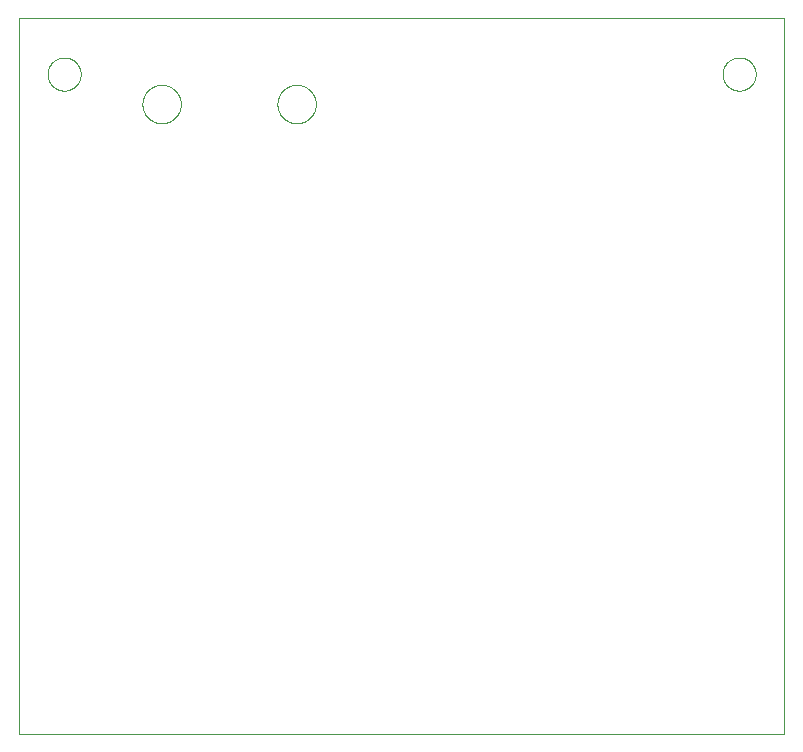
<source format=gbp>
G75*
%MOIN*%
%OFA0B0*%
%FSLAX25Y25*%
%IPPOS*%
%LPD*%
%AMOC8*
5,1,8,0,0,1.08239X$1,22.5*
%
%ADD10C,0.00000*%
D10*
X0001800Y0001800D02*
X0001800Y0240501D01*
X0256721Y0240501D01*
X0256721Y0001800D01*
X0001800Y0001800D01*
X0042900Y0211800D02*
X0042902Y0211960D01*
X0042908Y0212119D01*
X0042918Y0212278D01*
X0042932Y0212437D01*
X0042950Y0212596D01*
X0042971Y0212754D01*
X0042997Y0212911D01*
X0043027Y0213068D01*
X0043060Y0213224D01*
X0043098Y0213379D01*
X0043139Y0213533D01*
X0043184Y0213686D01*
X0043233Y0213838D01*
X0043286Y0213989D01*
X0043342Y0214138D01*
X0043403Y0214286D01*
X0043466Y0214432D01*
X0043534Y0214577D01*
X0043605Y0214720D01*
X0043679Y0214861D01*
X0043757Y0215000D01*
X0043839Y0215137D01*
X0043924Y0215272D01*
X0044012Y0215405D01*
X0044104Y0215536D01*
X0044198Y0215664D01*
X0044296Y0215790D01*
X0044397Y0215914D01*
X0044501Y0216035D01*
X0044608Y0216153D01*
X0044718Y0216269D01*
X0044831Y0216382D01*
X0044947Y0216492D01*
X0045065Y0216599D01*
X0045186Y0216703D01*
X0045310Y0216804D01*
X0045436Y0216902D01*
X0045564Y0216996D01*
X0045695Y0217088D01*
X0045828Y0217176D01*
X0045963Y0217261D01*
X0046100Y0217343D01*
X0046239Y0217421D01*
X0046380Y0217495D01*
X0046523Y0217566D01*
X0046668Y0217634D01*
X0046814Y0217697D01*
X0046962Y0217758D01*
X0047111Y0217814D01*
X0047262Y0217867D01*
X0047414Y0217916D01*
X0047567Y0217961D01*
X0047721Y0218002D01*
X0047876Y0218040D01*
X0048032Y0218073D01*
X0048189Y0218103D01*
X0048346Y0218129D01*
X0048504Y0218150D01*
X0048663Y0218168D01*
X0048822Y0218182D01*
X0048981Y0218192D01*
X0049140Y0218198D01*
X0049300Y0218200D01*
X0049460Y0218198D01*
X0049619Y0218192D01*
X0049778Y0218182D01*
X0049937Y0218168D01*
X0050096Y0218150D01*
X0050254Y0218129D01*
X0050411Y0218103D01*
X0050568Y0218073D01*
X0050724Y0218040D01*
X0050879Y0218002D01*
X0051033Y0217961D01*
X0051186Y0217916D01*
X0051338Y0217867D01*
X0051489Y0217814D01*
X0051638Y0217758D01*
X0051786Y0217697D01*
X0051932Y0217634D01*
X0052077Y0217566D01*
X0052220Y0217495D01*
X0052361Y0217421D01*
X0052500Y0217343D01*
X0052637Y0217261D01*
X0052772Y0217176D01*
X0052905Y0217088D01*
X0053036Y0216996D01*
X0053164Y0216902D01*
X0053290Y0216804D01*
X0053414Y0216703D01*
X0053535Y0216599D01*
X0053653Y0216492D01*
X0053769Y0216382D01*
X0053882Y0216269D01*
X0053992Y0216153D01*
X0054099Y0216035D01*
X0054203Y0215914D01*
X0054304Y0215790D01*
X0054402Y0215664D01*
X0054496Y0215536D01*
X0054588Y0215405D01*
X0054676Y0215272D01*
X0054761Y0215137D01*
X0054843Y0215000D01*
X0054921Y0214861D01*
X0054995Y0214720D01*
X0055066Y0214577D01*
X0055134Y0214432D01*
X0055197Y0214286D01*
X0055258Y0214138D01*
X0055314Y0213989D01*
X0055367Y0213838D01*
X0055416Y0213686D01*
X0055461Y0213533D01*
X0055502Y0213379D01*
X0055540Y0213224D01*
X0055573Y0213068D01*
X0055603Y0212911D01*
X0055629Y0212754D01*
X0055650Y0212596D01*
X0055668Y0212437D01*
X0055682Y0212278D01*
X0055692Y0212119D01*
X0055698Y0211960D01*
X0055700Y0211800D01*
X0055698Y0211640D01*
X0055692Y0211481D01*
X0055682Y0211322D01*
X0055668Y0211163D01*
X0055650Y0211004D01*
X0055629Y0210846D01*
X0055603Y0210689D01*
X0055573Y0210532D01*
X0055540Y0210376D01*
X0055502Y0210221D01*
X0055461Y0210067D01*
X0055416Y0209914D01*
X0055367Y0209762D01*
X0055314Y0209611D01*
X0055258Y0209462D01*
X0055197Y0209314D01*
X0055134Y0209168D01*
X0055066Y0209023D01*
X0054995Y0208880D01*
X0054921Y0208739D01*
X0054843Y0208600D01*
X0054761Y0208463D01*
X0054676Y0208328D01*
X0054588Y0208195D01*
X0054496Y0208064D01*
X0054402Y0207936D01*
X0054304Y0207810D01*
X0054203Y0207686D01*
X0054099Y0207565D01*
X0053992Y0207447D01*
X0053882Y0207331D01*
X0053769Y0207218D01*
X0053653Y0207108D01*
X0053535Y0207001D01*
X0053414Y0206897D01*
X0053290Y0206796D01*
X0053164Y0206698D01*
X0053036Y0206604D01*
X0052905Y0206512D01*
X0052772Y0206424D01*
X0052637Y0206339D01*
X0052500Y0206257D01*
X0052361Y0206179D01*
X0052220Y0206105D01*
X0052077Y0206034D01*
X0051932Y0205966D01*
X0051786Y0205903D01*
X0051638Y0205842D01*
X0051489Y0205786D01*
X0051338Y0205733D01*
X0051186Y0205684D01*
X0051033Y0205639D01*
X0050879Y0205598D01*
X0050724Y0205560D01*
X0050568Y0205527D01*
X0050411Y0205497D01*
X0050254Y0205471D01*
X0050096Y0205450D01*
X0049937Y0205432D01*
X0049778Y0205418D01*
X0049619Y0205408D01*
X0049460Y0205402D01*
X0049300Y0205400D01*
X0049140Y0205402D01*
X0048981Y0205408D01*
X0048822Y0205418D01*
X0048663Y0205432D01*
X0048504Y0205450D01*
X0048346Y0205471D01*
X0048189Y0205497D01*
X0048032Y0205527D01*
X0047876Y0205560D01*
X0047721Y0205598D01*
X0047567Y0205639D01*
X0047414Y0205684D01*
X0047262Y0205733D01*
X0047111Y0205786D01*
X0046962Y0205842D01*
X0046814Y0205903D01*
X0046668Y0205966D01*
X0046523Y0206034D01*
X0046380Y0206105D01*
X0046239Y0206179D01*
X0046100Y0206257D01*
X0045963Y0206339D01*
X0045828Y0206424D01*
X0045695Y0206512D01*
X0045564Y0206604D01*
X0045436Y0206698D01*
X0045310Y0206796D01*
X0045186Y0206897D01*
X0045065Y0207001D01*
X0044947Y0207108D01*
X0044831Y0207218D01*
X0044718Y0207331D01*
X0044608Y0207447D01*
X0044501Y0207565D01*
X0044397Y0207686D01*
X0044296Y0207810D01*
X0044198Y0207936D01*
X0044104Y0208064D01*
X0044012Y0208195D01*
X0043924Y0208328D01*
X0043839Y0208463D01*
X0043757Y0208600D01*
X0043679Y0208739D01*
X0043605Y0208880D01*
X0043534Y0209023D01*
X0043466Y0209168D01*
X0043403Y0209314D01*
X0043342Y0209462D01*
X0043286Y0209611D01*
X0043233Y0209762D01*
X0043184Y0209914D01*
X0043139Y0210067D01*
X0043098Y0210221D01*
X0043060Y0210376D01*
X0043027Y0210532D01*
X0042997Y0210689D01*
X0042971Y0210846D01*
X0042950Y0211004D01*
X0042932Y0211163D01*
X0042918Y0211322D01*
X0042908Y0211481D01*
X0042902Y0211640D01*
X0042900Y0211800D01*
X0011288Y0221800D02*
X0011290Y0221948D01*
X0011296Y0222096D01*
X0011306Y0222244D01*
X0011320Y0222391D01*
X0011338Y0222538D01*
X0011359Y0222684D01*
X0011385Y0222830D01*
X0011415Y0222975D01*
X0011448Y0223119D01*
X0011486Y0223262D01*
X0011527Y0223404D01*
X0011572Y0223545D01*
X0011620Y0223685D01*
X0011673Y0223824D01*
X0011729Y0223961D01*
X0011789Y0224096D01*
X0011852Y0224230D01*
X0011919Y0224362D01*
X0011990Y0224492D01*
X0012064Y0224620D01*
X0012141Y0224746D01*
X0012222Y0224870D01*
X0012306Y0224992D01*
X0012393Y0225111D01*
X0012484Y0225228D01*
X0012578Y0225343D01*
X0012674Y0225455D01*
X0012774Y0225565D01*
X0012876Y0225671D01*
X0012982Y0225775D01*
X0013090Y0225876D01*
X0013201Y0225974D01*
X0013314Y0226070D01*
X0013430Y0226162D01*
X0013548Y0226251D01*
X0013669Y0226336D01*
X0013792Y0226419D01*
X0013917Y0226498D01*
X0014044Y0226574D01*
X0014173Y0226646D01*
X0014304Y0226715D01*
X0014437Y0226780D01*
X0014572Y0226841D01*
X0014708Y0226899D01*
X0014845Y0226954D01*
X0014984Y0227004D01*
X0015125Y0227051D01*
X0015266Y0227094D01*
X0015409Y0227134D01*
X0015553Y0227169D01*
X0015697Y0227201D01*
X0015843Y0227228D01*
X0015989Y0227252D01*
X0016136Y0227272D01*
X0016283Y0227288D01*
X0016430Y0227300D01*
X0016578Y0227308D01*
X0016726Y0227312D01*
X0016874Y0227312D01*
X0017022Y0227308D01*
X0017170Y0227300D01*
X0017317Y0227288D01*
X0017464Y0227272D01*
X0017611Y0227252D01*
X0017757Y0227228D01*
X0017903Y0227201D01*
X0018047Y0227169D01*
X0018191Y0227134D01*
X0018334Y0227094D01*
X0018475Y0227051D01*
X0018616Y0227004D01*
X0018755Y0226954D01*
X0018892Y0226899D01*
X0019028Y0226841D01*
X0019163Y0226780D01*
X0019296Y0226715D01*
X0019427Y0226646D01*
X0019556Y0226574D01*
X0019683Y0226498D01*
X0019808Y0226419D01*
X0019931Y0226336D01*
X0020052Y0226251D01*
X0020170Y0226162D01*
X0020286Y0226070D01*
X0020399Y0225974D01*
X0020510Y0225876D01*
X0020618Y0225775D01*
X0020724Y0225671D01*
X0020826Y0225565D01*
X0020926Y0225455D01*
X0021022Y0225343D01*
X0021116Y0225228D01*
X0021207Y0225111D01*
X0021294Y0224992D01*
X0021378Y0224870D01*
X0021459Y0224746D01*
X0021536Y0224620D01*
X0021610Y0224492D01*
X0021681Y0224362D01*
X0021748Y0224230D01*
X0021811Y0224096D01*
X0021871Y0223961D01*
X0021927Y0223824D01*
X0021980Y0223685D01*
X0022028Y0223545D01*
X0022073Y0223404D01*
X0022114Y0223262D01*
X0022152Y0223119D01*
X0022185Y0222975D01*
X0022215Y0222830D01*
X0022241Y0222684D01*
X0022262Y0222538D01*
X0022280Y0222391D01*
X0022294Y0222244D01*
X0022304Y0222096D01*
X0022310Y0221948D01*
X0022312Y0221800D01*
X0022310Y0221652D01*
X0022304Y0221504D01*
X0022294Y0221356D01*
X0022280Y0221209D01*
X0022262Y0221062D01*
X0022241Y0220916D01*
X0022215Y0220770D01*
X0022185Y0220625D01*
X0022152Y0220481D01*
X0022114Y0220338D01*
X0022073Y0220196D01*
X0022028Y0220055D01*
X0021980Y0219915D01*
X0021927Y0219776D01*
X0021871Y0219639D01*
X0021811Y0219504D01*
X0021748Y0219370D01*
X0021681Y0219238D01*
X0021610Y0219108D01*
X0021536Y0218980D01*
X0021459Y0218854D01*
X0021378Y0218730D01*
X0021294Y0218608D01*
X0021207Y0218489D01*
X0021116Y0218372D01*
X0021022Y0218257D01*
X0020926Y0218145D01*
X0020826Y0218035D01*
X0020724Y0217929D01*
X0020618Y0217825D01*
X0020510Y0217724D01*
X0020399Y0217626D01*
X0020286Y0217530D01*
X0020170Y0217438D01*
X0020052Y0217349D01*
X0019931Y0217264D01*
X0019808Y0217181D01*
X0019683Y0217102D01*
X0019556Y0217026D01*
X0019427Y0216954D01*
X0019296Y0216885D01*
X0019163Y0216820D01*
X0019028Y0216759D01*
X0018892Y0216701D01*
X0018755Y0216646D01*
X0018616Y0216596D01*
X0018475Y0216549D01*
X0018334Y0216506D01*
X0018191Y0216466D01*
X0018047Y0216431D01*
X0017903Y0216399D01*
X0017757Y0216372D01*
X0017611Y0216348D01*
X0017464Y0216328D01*
X0017317Y0216312D01*
X0017170Y0216300D01*
X0017022Y0216292D01*
X0016874Y0216288D01*
X0016726Y0216288D01*
X0016578Y0216292D01*
X0016430Y0216300D01*
X0016283Y0216312D01*
X0016136Y0216328D01*
X0015989Y0216348D01*
X0015843Y0216372D01*
X0015697Y0216399D01*
X0015553Y0216431D01*
X0015409Y0216466D01*
X0015266Y0216506D01*
X0015125Y0216549D01*
X0014984Y0216596D01*
X0014845Y0216646D01*
X0014708Y0216701D01*
X0014572Y0216759D01*
X0014437Y0216820D01*
X0014304Y0216885D01*
X0014173Y0216954D01*
X0014044Y0217026D01*
X0013917Y0217102D01*
X0013792Y0217181D01*
X0013669Y0217264D01*
X0013548Y0217349D01*
X0013430Y0217438D01*
X0013314Y0217530D01*
X0013201Y0217626D01*
X0013090Y0217724D01*
X0012982Y0217825D01*
X0012876Y0217929D01*
X0012774Y0218035D01*
X0012674Y0218145D01*
X0012578Y0218257D01*
X0012484Y0218372D01*
X0012393Y0218489D01*
X0012306Y0218608D01*
X0012222Y0218730D01*
X0012141Y0218854D01*
X0012064Y0218980D01*
X0011990Y0219108D01*
X0011919Y0219238D01*
X0011852Y0219370D01*
X0011789Y0219504D01*
X0011729Y0219639D01*
X0011673Y0219776D01*
X0011620Y0219915D01*
X0011572Y0220055D01*
X0011527Y0220196D01*
X0011486Y0220338D01*
X0011448Y0220481D01*
X0011415Y0220625D01*
X0011385Y0220770D01*
X0011359Y0220916D01*
X0011338Y0221062D01*
X0011320Y0221209D01*
X0011306Y0221356D01*
X0011296Y0221504D01*
X0011290Y0221652D01*
X0011288Y0221800D01*
X0087900Y0211800D02*
X0087902Y0211960D01*
X0087908Y0212119D01*
X0087918Y0212278D01*
X0087932Y0212437D01*
X0087950Y0212596D01*
X0087971Y0212754D01*
X0087997Y0212911D01*
X0088027Y0213068D01*
X0088060Y0213224D01*
X0088098Y0213379D01*
X0088139Y0213533D01*
X0088184Y0213686D01*
X0088233Y0213838D01*
X0088286Y0213989D01*
X0088342Y0214138D01*
X0088403Y0214286D01*
X0088466Y0214432D01*
X0088534Y0214577D01*
X0088605Y0214720D01*
X0088679Y0214861D01*
X0088757Y0215000D01*
X0088839Y0215137D01*
X0088924Y0215272D01*
X0089012Y0215405D01*
X0089104Y0215536D01*
X0089198Y0215664D01*
X0089296Y0215790D01*
X0089397Y0215914D01*
X0089501Y0216035D01*
X0089608Y0216153D01*
X0089718Y0216269D01*
X0089831Y0216382D01*
X0089947Y0216492D01*
X0090065Y0216599D01*
X0090186Y0216703D01*
X0090310Y0216804D01*
X0090436Y0216902D01*
X0090564Y0216996D01*
X0090695Y0217088D01*
X0090828Y0217176D01*
X0090963Y0217261D01*
X0091100Y0217343D01*
X0091239Y0217421D01*
X0091380Y0217495D01*
X0091523Y0217566D01*
X0091668Y0217634D01*
X0091814Y0217697D01*
X0091962Y0217758D01*
X0092111Y0217814D01*
X0092262Y0217867D01*
X0092414Y0217916D01*
X0092567Y0217961D01*
X0092721Y0218002D01*
X0092876Y0218040D01*
X0093032Y0218073D01*
X0093189Y0218103D01*
X0093346Y0218129D01*
X0093504Y0218150D01*
X0093663Y0218168D01*
X0093822Y0218182D01*
X0093981Y0218192D01*
X0094140Y0218198D01*
X0094300Y0218200D01*
X0094460Y0218198D01*
X0094619Y0218192D01*
X0094778Y0218182D01*
X0094937Y0218168D01*
X0095096Y0218150D01*
X0095254Y0218129D01*
X0095411Y0218103D01*
X0095568Y0218073D01*
X0095724Y0218040D01*
X0095879Y0218002D01*
X0096033Y0217961D01*
X0096186Y0217916D01*
X0096338Y0217867D01*
X0096489Y0217814D01*
X0096638Y0217758D01*
X0096786Y0217697D01*
X0096932Y0217634D01*
X0097077Y0217566D01*
X0097220Y0217495D01*
X0097361Y0217421D01*
X0097500Y0217343D01*
X0097637Y0217261D01*
X0097772Y0217176D01*
X0097905Y0217088D01*
X0098036Y0216996D01*
X0098164Y0216902D01*
X0098290Y0216804D01*
X0098414Y0216703D01*
X0098535Y0216599D01*
X0098653Y0216492D01*
X0098769Y0216382D01*
X0098882Y0216269D01*
X0098992Y0216153D01*
X0099099Y0216035D01*
X0099203Y0215914D01*
X0099304Y0215790D01*
X0099402Y0215664D01*
X0099496Y0215536D01*
X0099588Y0215405D01*
X0099676Y0215272D01*
X0099761Y0215137D01*
X0099843Y0215000D01*
X0099921Y0214861D01*
X0099995Y0214720D01*
X0100066Y0214577D01*
X0100134Y0214432D01*
X0100197Y0214286D01*
X0100258Y0214138D01*
X0100314Y0213989D01*
X0100367Y0213838D01*
X0100416Y0213686D01*
X0100461Y0213533D01*
X0100502Y0213379D01*
X0100540Y0213224D01*
X0100573Y0213068D01*
X0100603Y0212911D01*
X0100629Y0212754D01*
X0100650Y0212596D01*
X0100668Y0212437D01*
X0100682Y0212278D01*
X0100692Y0212119D01*
X0100698Y0211960D01*
X0100700Y0211800D01*
X0100698Y0211640D01*
X0100692Y0211481D01*
X0100682Y0211322D01*
X0100668Y0211163D01*
X0100650Y0211004D01*
X0100629Y0210846D01*
X0100603Y0210689D01*
X0100573Y0210532D01*
X0100540Y0210376D01*
X0100502Y0210221D01*
X0100461Y0210067D01*
X0100416Y0209914D01*
X0100367Y0209762D01*
X0100314Y0209611D01*
X0100258Y0209462D01*
X0100197Y0209314D01*
X0100134Y0209168D01*
X0100066Y0209023D01*
X0099995Y0208880D01*
X0099921Y0208739D01*
X0099843Y0208600D01*
X0099761Y0208463D01*
X0099676Y0208328D01*
X0099588Y0208195D01*
X0099496Y0208064D01*
X0099402Y0207936D01*
X0099304Y0207810D01*
X0099203Y0207686D01*
X0099099Y0207565D01*
X0098992Y0207447D01*
X0098882Y0207331D01*
X0098769Y0207218D01*
X0098653Y0207108D01*
X0098535Y0207001D01*
X0098414Y0206897D01*
X0098290Y0206796D01*
X0098164Y0206698D01*
X0098036Y0206604D01*
X0097905Y0206512D01*
X0097772Y0206424D01*
X0097637Y0206339D01*
X0097500Y0206257D01*
X0097361Y0206179D01*
X0097220Y0206105D01*
X0097077Y0206034D01*
X0096932Y0205966D01*
X0096786Y0205903D01*
X0096638Y0205842D01*
X0096489Y0205786D01*
X0096338Y0205733D01*
X0096186Y0205684D01*
X0096033Y0205639D01*
X0095879Y0205598D01*
X0095724Y0205560D01*
X0095568Y0205527D01*
X0095411Y0205497D01*
X0095254Y0205471D01*
X0095096Y0205450D01*
X0094937Y0205432D01*
X0094778Y0205418D01*
X0094619Y0205408D01*
X0094460Y0205402D01*
X0094300Y0205400D01*
X0094140Y0205402D01*
X0093981Y0205408D01*
X0093822Y0205418D01*
X0093663Y0205432D01*
X0093504Y0205450D01*
X0093346Y0205471D01*
X0093189Y0205497D01*
X0093032Y0205527D01*
X0092876Y0205560D01*
X0092721Y0205598D01*
X0092567Y0205639D01*
X0092414Y0205684D01*
X0092262Y0205733D01*
X0092111Y0205786D01*
X0091962Y0205842D01*
X0091814Y0205903D01*
X0091668Y0205966D01*
X0091523Y0206034D01*
X0091380Y0206105D01*
X0091239Y0206179D01*
X0091100Y0206257D01*
X0090963Y0206339D01*
X0090828Y0206424D01*
X0090695Y0206512D01*
X0090564Y0206604D01*
X0090436Y0206698D01*
X0090310Y0206796D01*
X0090186Y0206897D01*
X0090065Y0207001D01*
X0089947Y0207108D01*
X0089831Y0207218D01*
X0089718Y0207331D01*
X0089608Y0207447D01*
X0089501Y0207565D01*
X0089397Y0207686D01*
X0089296Y0207810D01*
X0089198Y0207936D01*
X0089104Y0208064D01*
X0089012Y0208195D01*
X0088924Y0208328D01*
X0088839Y0208463D01*
X0088757Y0208600D01*
X0088679Y0208739D01*
X0088605Y0208880D01*
X0088534Y0209023D01*
X0088466Y0209168D01*
X0088403Y0209314D01*
X0088342Y0209462D01*
X0088286Y0209611D01*
X0088233Y0209762D01*
X0088184Y0209914D01*
X0088139Y0210067D01*
X0088098Y0210221D01*
X0088060Y0210376D01*
X0088027Y0210532D01*
X0087997Y0210689D01*
X0087971Y0210846D01*
X0087950Y0211004D01*
X0087932Y0211163D01*
X0087918Y0211322D01*
X0087908Y0211481D01*
X0087902Y0211640D01*
X0087900Y0211800D01*
X0236288Y0221800D02*
X0236290Y0221948D01*
X0236296Y0222096D01*
X0236306Y0222244D01*
X0236320Y0222391D01*
X0236338Y0222538D01*
X0236359Y0222684D01*
X0236385Y0222830D01*
X0236415Y0222975D01*
X0236448Y0223119D01*
X0236486Y0223262D01*
X0236527Y0223404D01*
X0236572Y0223545D01*
X0236620Y0223685D01*
X0236673Y0223824D01*
X0236729Y0223961D01*
X0236789Y0224096D01*
X0236852Y0224230D01*
X0236919Y0224362D01*
X0236990Y0224492D01*
X0237064Y0224620D01*
X0237141Y0224746D01*
X0237222Y0224870D01*
X0237306Y0224992D01*
X0237393Y0225111D01*
X0237484Y0225228D01*
X0237578Y0225343D01*
X0237674Y0225455D01*
X0237774Y0225565D01*
X0237876Y0225671D01*
X0237982Y0225775D01*
X0238090Y0225876D01*
X0238201Y0225974D01*
X0238314Y0226070D01*
X0238430Y0226162D01*
X0238548Y0226251D01*
X0238669Y0226336D01*
X0238792Y0226419D01*
X0238917Y0226498D01*
X0239044Y0226574D01*
X0239173Y0226646D01*
X0239304Y0226715D01*
X0239437Y0226780D01*
X0239572Y0226841D01*
X0239708Y0226899D01*
X0239845Y0226954D01*
X0239984Y0227004D01*
X0240125Y0227051D01*
X0240266Y0227094D01*
X0240409Y0227134D01*
X0240553Y0227169D01*
X0240697Y0227201D01*
X0240843Y0227228D01*
X0240989Y0227252D01*
X0241136Y0227272D01*
X0241283Y0227288D01*
X0241430Y0227300D01*
X0241578Y0227308D01*
X0241726Y0227312D01*
X0241874Y0227312D01*
X0242022Y0227308D01*
X0242170Y0227300D01*
X0242317Y0227288D01*
X0242464Y0227272D01*
X0242611Y0227252D01*
X0242757Y0227228D01*
X0242903Y0227201D01*
X0243047Y0227169D01*
X0243191Y0227134D01*
X0243334Y0227094D01*
X0243475Y0227051D01*
X0243616Y0227004D01*
X0243755Y0226954D01*
X0243892Y0226899D01*
X0244028Y0226841D01*
X0244163Y0226780D01*
X0244296Y0226715D01*
X0244427Y0226646D01*
X0244556Y0226574D01*
X0244683Y0226498D01*
X0244808Y0226419D01*
X0244931Y0226336D01*
X0245052Y0226251D01*
X0245170Y0226162D01*
X0245286Y0226070D01*
X0245399Y0225974D01*
X0245510Y0225876D01*
X0245618Y0225775D01*
X0245724Y0225671D01*
X0245826Y0225565D01*
X0245926Y0225455D01*
X0246022Y0225343D01*
X0246116Y0225228D01*
X0246207Y0225111D01*
X0246294Y0224992D01*
X0246378Y0224870D01*
X0246459Y0224746D01*
X0246536Y0224620D01*
X0246610Y0224492D01*
X0246681Y0224362D01*
X0246748Y0224230D01*
X0246811Y0224096D01*
X0246871Y0223961D01*
X0246927Y0223824D01*
X0246980Y0223685D01*
X0247028Y0223545D01*
X0247073Y0223404D01*
X0247114Y0223262D01*
X0247152Y0223119D01*
X0247185Y0222975D01*
X0247215Y0222830D01*
X0247241Y0222684D01*
X0247262Y0222538D01*
X0247280Y0222391D01*
X0247294Y0222244D01*
X0247304Y0222096D01*
X0247310Y0221948D01*
X0247312Y0221800D01*
X0247310Y0221652D01*
X0247304Y0221504D01*
X0247294Y0221356D01*
X0247280Y0221209D01*
X0247262Y0221062D01*
X0247241Y0220916D01*
X0247215Y0220770D01*
X0247185Y0220625D01*
X0247152Y0220481D01*
X0247114Y0220338D01*
X0247073Y0220196D01*
X0247028Y0220055D01*
X0246980Y0219915D01*
X0246927Y0219776D01*
X0246871Y0219639D01*
X0246811Y0219504D01*
X0246748Y0219370D01*
X0246681Y0219238D01*
X0246610Y0219108D01*
X0246536Y0218980D01*
X0246459Y0218854D01*
X0246378Y0218730D01*
X0246294Y0218608D01*
X0246207Y0218489D01*
X0246116Y0218372D01*
X0246022Y0218257D01*
X0245926Y0218145D01*
X0245826Y0218035D01*
X0245724Y0217929D01*
X0245618Y0217825D01*
X0245510Y0217724D01*
X0245399Y0217626D01*
X0245286Y0217530D01*
X0245170Y0217438D01*
X0245052Y0217349D01*
X0244931Y0217264D01*
X0244808Y0217181D01*
X0244683Y0217102D01*
X0244556Y0217026D01*
X0244427Y0216954D01*
X0244296Y0216885D01*
X0244163Y0216820D01*
X0244028Y0216759D01*
X0243892Y0216701D01*
X0243755Y0216646D01*
X0243616Y0216596D01*
X0243475Y0216549D01*
X0243334Y0216506D01*
X0243191Y0216466D01*
X0243047Y0216431D01*
X0242903Y0216399D01*
X0242757Y0216372D01*
X0242611Y0216348D01*
X0242464Y0216328D01*
X0242317Y0216312D01*
X0242170Y0216300D01*
X0242022Y0216292D01*
X0241874Y0216288D01*
X0241726Y0216288D01*
X0241578Y0216292D01*
X0241430Y0216300D01*
X0241283Y0216312D01*
X0241136Y0216328D01*
X0240989Y0216348D01*
X0240843Y0216372D01*
X0240697Y0216399D01*
X0240553Y0216431D01*
X0240409Y0216466D01*
X0240266Y0216506D01*
X0240125Y0216549D01*
X0239984Y0216596D01*
X0239845Y0216646D01*
X0239708Y0216701D01*
X0239572Y0216759D01*
X0239437Y0216820D01*
X0239304Y0216885D01*
X0239173Y0216954D01*
X0239044Y0217026D01*
X0238917Y0217102D01*
X0238792Y0217181D01*
X0238669Y0217264D01*
X0238548Y0217349D01*
X0238430Y0217438D01*
X0238314Y0217530D01*
X0238201Y0217626D01*
X0238090Y0217724D01*
X0237982Y0217825D01*
X0237876Y0217929D01*
X0237774Y0218035D01*
X0237674Y0218145D01*
X0237578Y0218257D01*
X0237484Y0218372D01*
X0237393Y0218489D01*
X0237306Y0218608D01*
X0237222Y0218730D01*
X0237141Y0218854D01*
X0237064Y0218980D01*
X0236990Y0219108D01*
X0236919Y0219238D01*
X0236852Y0219370D01*
X0236789Y0219504D01*
X0236729Y0219639D01*
X0236673Y0219776D01*
X0236620Y0219915D01*
X0236572Y0220055D01*
X0236527Y0220196D01*
X0236486Y0220338D01*
X0236448Y0220481D01*
X0236415Y0220625D01*
X0236385Y0220770D01*
X0236359Y0220916D01*
X0236338Y0221062D01*
X0236320Y0221209D01*
X0236306Y0221356D01*
X0236296Y0221504D01*
X0236290Y0221652D01*
X0236288Y0221800D01*
M02*

</source>
